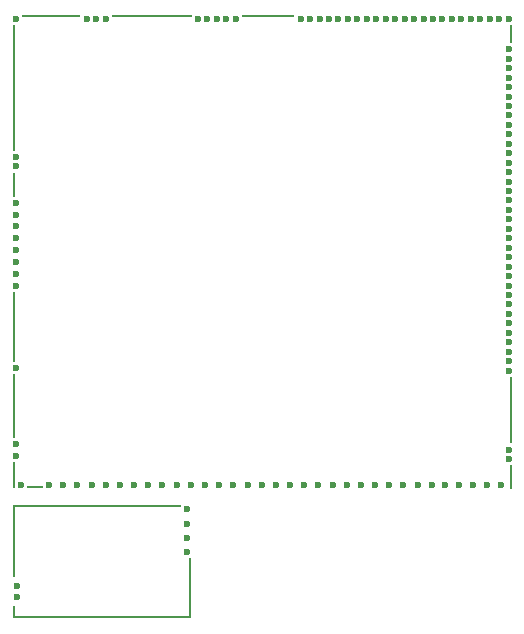
<source format=gbl>
G04 #@! TF.GenerationSoftware,KiCad,Pcbnew,8.0.6-8.0.6-0~ubuntu22.04.1*
G04 #@! TF.CreationDate,2024-11-04T20:44:22+00:00*
G04 #@! TF.ProjectId,lowimp121,6c6f7769-6d70-4313-9231-2e6b69636164,rev?*
G04 #@! TF.SameCoordinates,Original*
G04 #@! TF.FileFunction,Copper,L2,Bot*
G04 #@! TF.FilePolarity,Positive*
%FSLAX46Y46*%
G04 Gerber Fmt 4.6, Leading zero omitted, Abs format (unit mm)*
G04 Created by KiCad (PCBNEW 8.0.6-8.0.6-0~ubuntu22.04.1) date 2024-11-04 20:44:22*
%MOMM*%
%LPD*%
G01*
G04 APERTURE LIST*
G04 #@! TA.AperFunction,ComponentPad*
%ADD10C,0.600000*%
G04 #@! TD*
G04 #@! TA.AperFunction,SMDPad,CuDef*
%ADD11R,0.250000X6.185000*%
G04 #@! TD*
G04 #@! TA.AperFunction,SMDPad,CuDef*
%ADD12R,0.250000X1.115000*%
G04 #@! TD*
G04 #@! TA.AperFunction,SMDPad,CuDef*
%ADD13R,14.275000X0.250000*%
G04 #@! TD*
G04 #@! TA.AperFunction,SMDPad,CuDef*
%ADD14R,15.100000X0.250000*%
G04 #@! TD*
G04 #@! TA.AperFunction,SMDPad,CuDef*
%ADD15R,0.250000X5.175000*%
G04 #@! TD*
G04 #@! TA.AperFunction,SMDPad,CuDef*
%ADD16R,0.200000X2.300000*%
G04 #@! TD*
G04 #@! TA.AperFunction,SMDPad,CuDef*
%ADD17R,0.200000X10.700000*%
G04 #@! TD*
G04 #@! TA.AperFunction,SMDPad,CuDef*
%ADD18R,0.200000X2.100000*%
G04 #@! TD*
G04 #@! TA.AperFunction,SMDPad,CuDef*
%ADD19R,0.200000X6.000000*%
G04 #@! TD*
G04 #@! TA.AperFunction,SMDPad,CuDef*
%ADD20R,0.200000X5.400000*%
G04 #@! TD*
G04 #@! TA.AperFunction,SMDPad,CuDef*
%ADD21R,1.400000X0.200000*%
G04 #@! TD*
G04 #@! TA.AperFunction,SMDPad,CuDef*
%ADD22R,5.000000X0.200000*%
G04 #@! TD*
G04 #@! TA.AperFunction,SMDPad,CuDef*
%ADD23R,6.800000X0.200000*%
G04 #@! TD*
G04 #@! TA.AperFunction,SMDPad,CuDef*
%ADD24R,4.500000X0.200000*%
G04 #@! TD*
G04 #@! TA.AperFunction,SMDPad,CuDef*
%ADD25R,0.200000X1.600000*%
G04 #@! TD*
G04 #@! TA.AperFunction,SMDPad,CuDef*
%ADD26R,0.200000X5.700000*%
G04 #@! TD*
G04 #@! TA.AperFunction,SMDPad,CuDef*
%ADD27R,0.200000X2.000000*%
G04 #@! TD*
G04 APERTURE END LIST*
D10*
G04 #@! TO.P,M1,E1,HALL_EN*
G04 #@! TO.N,unconnected-(M1-HALL_EN-PadE1)*
X24099998Y11849998D03*
G04 #@! TO.P,M1,E2,NC*
G04 #@! TO.N,unconnected-(M1-NC-PadE2)*
X24099998Y10649998D03*
G04 #@! TO.P,M1,E3,OUT*
G04 #@! TO.N,unconnected-(M1-OUT-PadE3)*
X24099998Y13049998D03*
G04 #@! TO.P,M1,E4,V5_IN*
G04 #@! TO.N,Net-(M1-V5_IN)*
X24099998Y14249998D03*
D11*
G04 #@! TO.P,M1,G,GND*
G04 #@! TO.N,Net-(M1-GND)*
X9449998Y11582498D03*
D12*
X9449998Y5532498D03*
D13*
X16462498Y14549998D03*
D14*
X16874998Y5099998D03*
D15*
X24299998Y7562498D03*
D10*
G04 #@! TO.P,M1,W1,VR-/HALL*
G04 #@! TO.N,Net-(M1-VR-{slash}HALL)*
X9674998Y7789998D03*
G04 #@! TO.P,M1,W2,VR+*
G04 #@! TO.N,Net-(M1-VR+)*
X9674998Y6789998D03*
G04 #@! TD*
G04 #@! TO.P,M2,E1,SPI2_SCK/CAN2_TX*
G04 #@! TO.N,unconnected-(M2-SPI2_SCK{slash}CAN2_TX-PadE1)*
X51300000Y53199993D03*
G04 #@! TO.P,M2,E2,SPI2_MISO*
G04 #@! TO.N,unconnected-(M2-SPI2_MISO-PadE2)*
X51300000Y52399992D03*
G04 #@! TO.P,M2,E3,SPI2_MOSI*
G04 #@! TO.N,unconnected-(M2-SPI2_MOSI-PadE3)*
X51300000Y51599994D03*
G04 #@! TO.P,M2,E4,SPI2_CS/CAN2_RX*
G04 #@! TO.N,unconnected-(M2-SPI2_CS{slash}CAN2_RX-PadE4)*
X51300000Y50799993D03*
G04 #@! TO.P,M2,E6,OUT_IO3*
G04 #@! TO.N,unconnected-(M2-OUT_IO3-PadE6)*
X51300000Y49999992D03*
G04 #@! TO.P,M2,E7,OUT_IO5*
G04 #@! TO.N,unconnected-(M2-OUT_IO5-PadE7)*
X51299997Y49199994D03*
G04 #@! TO.P,M2,E8,OUT_IO1*
G04 #@! TO.N,unconnected-(M2-OUT_IO1-PadE8)*
X51299997Y48399993D03*
G04 #@! TO.P,M2,E9,OUT_IO6*
G04 #@! TO.N,unconnected-(M2-OUT_IO6-PadE9)*
X51300000Y47599989D03*
G04 #@! TO.P,M2,E10,OUT_IO10*
G04 #@! TO.N,unconnected-(M2-OUT_IO10-PadE10)*
X51300000Y46799993D03*
G04 #@! TO.P,M2,E11,OUT_IO9*
G04 #@! TO.N,unconnected-(M2-OUT_IO9-PadE11)*
X51300000Y45999993D03*
G04 #@! TO.P,M2,E12,OUT_IO2*
G04 #@! TO.N,unconnected-(M2-OUT_IO2-PadE12)*
X51300000Y45199992D03*
G04 #@! TO.P,M2,E13,OUT_IO12*
G04 #@! TO.N,unconnected-(M2-OUT_IO12-PadE13)*
X51299997Y44399993D03*
G04 #@! TO.P,M2,E14,OUT_PWM5*
G04 #@! TO.N,unconnected-(M2-OUT_PWM5-PadE14)*
X51299997Y43599992D03*
G04 #@! TO.P,M2,E15,OUT_PWM4*
G04 #@! TO.N,unconnected-(M2-OUT_PWM4-PadE15)*
X51299997Y42799991D03*
G04 #@! TO.P,M2,E16,OUT_PWM3*
G04 #@! TO.N,unconnected-(M2-OUT_PWM3-PadE16)*
X51300000Y41999993D03*
G04 #@! TO.P,M2,E17,OUT_PWM2*
G04 #@! TO.N,unconnected-(M2-OUT_PWM2-PadE17)*
X51300000Y41199992D03*
G04 #@! TO.P,M2,E18,OUT_INJ2*
G04 #@! TO.N,unconnected-(M2-OUT_INJ2-PadE18)*
X51300000Y40399994D03*
G04 #@! TO.P,M2,E19,OUT_INJ1*
G04 #@! TO.N,unconnected-(M2-OUT_INJ1-PadE19)*
X51299997Y39599993D03*
G04 #@! TO.P,M2,E20,OUT_IO13*
G04 #@! TO.N,unconnected-(M2-OUT_IO13-PadE20)*
X51299997Y38799992D03*
G04 #@! TO.P,M2,E21,OUT_IO4*
G04 #@! TO.N,unconnected-(M2-OUT_IO4-PadE21)*
X51300000Y37999993D03*
G04 #@! TO.P,M2,E22,OUT_IO8*
G04 #@! TO.N,unconnected-(M2-OUT_IO8-PadE22)*
X51300000Y37199992D03*
G04 #@! TO.P,M2,E23,OUT_IO7*
G04 #@! TO.N,unconnected-(M2-OUT_IO7-PadE23)*
X51300000Y36399991D03*
G04 #@! TO.P,M2,E24,OUT_IO11*
G04 #@! TO.N,unconnected-(M2-OUT_IO11-PadE24)*
X51300000Y35599993D03*
G04 #@! TO.P,M2,E25,OUT_PWM7*
G04 #@! TO.N,unconnected-(M2-OUT_PWM7-PadE25)*
X51300000Y34799992D03*
G04 #@! TO.P,M2,E26,OUT_PWM6*
G04 #@! TO.N,unconnected-(M2-OUT_PWM6-PadE26)*
X51300000Y33999994D03*
G04 #@! TO.P,M2,E27,OUT_PWM1*
G04 #@! TO.N,unconnected-(M2-OUT_PWM1-PadE27)*
X51300000Y33199993D03*
G04 #@! TO.P,M2,E28,OUT_PWM8*
G04 #@! TO.N,unconnected-(M2-OUT_PWM8-PadE28)*
X51300000Y32399992D03*
G04 #@! TO.P,M2,E29,OUT_INJ3*
G04 #@! TO.N,unconnected-(M2-OUT_INJ3-PadE29)*
X51300000Y31599993D03*
G04 #@! TO.P,M2,E30,OUT_INJ4*
G04 #@! TO.N,unconnected-(M2-OUT_INJ4-PadE30)*
X51300000Y30799992D03*
G04 #@! TO.P,M2,E31,OUT_INJ5*
G04 #@! TO.N,unconnected-(M2-OUT_INJ5-PadE31)*
X51299997Y29999994D03*
G04 #@! TO.P,M2,E32,OUT_INJ6*
G04 #@! TO.N,unconnected-(M2-OUT_INJ6-PadE32)*
X51300000Y29199991D03*
G04 #@! TO.P,M2,E33,OUT_INJ7*
G04 #@! TO.N,unconnected-(M2-OUT_INJ7-PadE33)*
X51300000Y28399992D03*
G04 #@! TO.P,M2,E34,OUT_INJ8*
G04 #@! TO.N,unconnected-(M2-OUT_INJ8-PadE34)*
X51300000Y27599994D03*
G04 #@! TO.P,M2,E35,IO6*
G04 #@! TO.N,unconnected-(M2-IO6-PadE35)*
X51300000Y26799993D03*
G04 #@! TO.P,M2,E36,IO7*
G04 #@! TO.N,unconnected-(M2-IO7-PadE36)*
X51300000Y25999992D03*
G04 #@! TO.P,M2,E38,V5A_SWITCHABLE*
G04 #@! TO.N,unconnected-(M2-V5A_SWITCHABLE-PadE38)*
X51299997Y19299998D03*
G04 #@! TO.P,M2,E39,GNDA*
G04 #@! TO.N,unconnected-(M2-GNDA-PadE39)*
X51300000Y18499997D03*
D16*
G04 #@! TO.P,M2,G,GND*
G04 #@! TO.N,unconnected-(M2-GND-PadG)*
X9399995Y17149997D03*
D17*
X9399997Y49949995D03*
D18*
X9399997Y41749996D03*
D19*
X9399997Y29699997D03*
D20*
X9399997Y23000000D03*
D21*
X11200004Y16099994D03*
D22*
X12599999Y55999995D03*
D23*
X21100002Y55999995D03*
D24*
X30950005Y55999995D03*
D25*
X51500000Y54499996D03*
D26*
X51500000Y22649993D03*
D27*
X51500000Y17000000D03*
D10*
G04 #@! TO.P,M2,N1,USBID*
G04 #@! TO.N,unconnected-(M2-USBID-PadN1)*
X51300000Y55799996D03*
G04 #@! TO.P,M2,N2,USBM*
G04 #@! TO.N,unconnected-(M2-USBM-PadN2)*
X50500002Y55799998D03*
G04 #@! TO.P,M2,N3,USBP*
G04 #@! TO.N,unconnected-(M2-USBP-PadN3)*
X49700001Y55799998D03*
G04 #@! TO.P,M2,N4,VBUS*
G04 #@! TO.N,unconnected-(M2-VBUS-PadN4)*
X48900002Y55799996D03*
G04 #@! TO.P,M2,N5,BOOT0*
G04 #@! TO.N,unconnected-(M2-BOOT0-PadN5)*
X48100001Y55799996D03*
G04 #@! TO.P,M2,N6,SWO*
G04 #@! TO.N,unconnected-(M2-SWO-PadN6)*
X47300000Y55799996D03*
G04 #@! TO.P,M2,N7,SWDIO*
G04 #@! TO.N,unconnected-(M2-SWDIO-PadN7)*
X46500002Y55799996D03*
G04 #@! TO.P,M2,N8,SWCLK*
G04 #@! TO.N,unconnected-(M2-SWCLK-PadN8)*
X45700001Y55799998D03*
G04 #@! TO.P,M2,N9,nReset*
G04 #@! TO.N,unconnected-(M2-nReset-PadN9)*
X44900003Y55799996D03*
G04 #@! TO.P,M2,N10,SPI3_CS*
G04 #@! TO.N,Net-(M1-V5_IN)*
X44100002Y55799996D03*
G04 #@! TO.P,M2,N11,SPI3_SCK*
G04 #@! TO.N,unconnected-(M2-SPI3_SCK-PadN11)*
X43300001Y55799996D03*
G04 #@! TO.P,M2,N12,SPI3_MISO*
G04 #@! TO.N,unconnected-(M2-SPI3_MISO-PadN12)*
X42500000Y55799996D03*
G04 #@! TO.P,M2,N13,SPI3_MOSI*
G04 #@! TO.N,unconnected-(M2-SPI3_MOSI-PadN13)*
X41700001Y55799996D03*
G04 #@! TO.P,M2,N14,I2C_SCL*
G04 #@! TO.N,Net-(M1-GND)*
X40900000Y55799996D03*
G04 #@! TO.P,M2,N15,I2C_SDA*
G04 #@! TO.N,Net-(M1-VR-{slash}HALL)*
X40099999Y55799998D03*
G04 #@! TO.P,M2,N16,IO1*
G04 #@! TO.N,unconnected-(M2-IO1-PadN16)*
X39299999Y55799998D03*
G04 #@! TO.P,M2,N17,UART2_TX*
G04 #@! TO.N,unconnected-(M2-UART2_TX-PadN17)*
X38500000Y55799996D03*
G04 #@! TO.P,M2,N18,UART2_RX*
G04 #@! TO.N,unconnected-(M2-UART2_RX-PadN18)*
X37699999Y55799996D03*
G04 #@! TO.P,M2,N19,IO2*
G04 #@! TO.N,unconnected-(M2-IO2-PadN19)*
X36900001Y55799996D03*
G04 #@! TO.P,M2,N20,IO4*
G04 #@! TO.N,unconnected-(M2-IO4-PadN20)*
X36100000Y55799996D03*
G04 #@! TO.P,M2,N21,IO3*
G04 #@! TO.N,unconnected-(M2-IO3-PadN21)*
X35300001Y55799998D03*
G04 #@! TO.P,M2,N22,V33*
G04 #@! TO.N,unconnected-(M2-V33-PadN22)*
X34500000Y55799996D03*
G04 #@! TO.P,M2,N23,IO5*
G04 #@! TO.N,unconnected-(M2-IO5-PadN23)*
X33700000Y55799996D03*
G04 #@! TO.P,M2,N24,UART8_RX*
G04 #@! TO.N,unconnected-(M2-UART8_RX-PadN24)*
X28200000Y55799996D03*
G04 #@! TO.P,M2,N25,UART8_TX*
G04 #@! TO.N,unconnected-(M2-UART8_TX-PadN25)*
X27399999Y55799996D03*
G04 #@! TO.P,M2,N26,IN_VIGN*
G04 #@! TO.N,unconnected-(M2-IN_VIGN-PadN26)*
X26600001Y55799996D03*
G04 #@! TO.P,M2,N27,VBAT*
G04 #@! TO.N,unconnected-(M2-VBAT-PadN27)*
X25800003Y55799996D03*
G04 #@! TO.P,M2,N28,V33_SWITCHABLE*
G04 #@! TO.N,unconnected-(M2-V33_SWITCHABLE-PadN28)*
X25000004Y55799996D03*
G04 #@! TO.P,M2,N29,OUT_PWR_EN*
G04 #@! TO.N,unconnected-(M2-OUT_PWR_EN-PadN29)*
X17200000Y55799996D03*
G04 #@! TO.P,M2,N30,V5A_SWITCHABLE*
G04 #@! TO.N,unconnected-(M2-V5A_SWITCHABLE-PadN30)*
X16400001Y55799996D03*
G04 #@! TO.P,M2,N31,VCC*
G04 #@! TO.N,unconnected-(M2-VCC-PadN31)*
X15600003Y55799996D03*
G04 #@! TO.P,M2,N32,V33*
G04 #@! TO.N,unconnected-(M2-V33-PadN32)*
X9599999Y55799996D03*
G04 #@! TO.P,M2,S1,IN_D4*
G04 #@! TO.N,unconnected-(M2-IN_D4-PadS1)*
X50699999Y16299991D03*
G04 #@! TO.P,M2,S2,IN_D3*
G04 #@! TO.N,unconnected-(M2-IN_D3-PadS2)*
X49499998Y16299993D03*
G04 #@! TO.P,M2,S3,IN_D2*
G04 #@! TO.N,unconnected-(M2-IN_D2-PadS3)*
X48300001Y16299993D03*
G04 #@! TO.P,M2,S4,IN_D1*
G04 #@! TO.N,unconnected-(M2-IN_D1-PadS4)*
X47100001Y16299991D03*
G04 #@! TO.P,M2,S5,VREF2*
G04 #@! TO.N,unconnected-(M2-VREF2-PadS5)*
X45900001Y16299993D03*
G04 #@! TO.P,M2,S6,IN_SENS4*
G04 #@! TO.N,unconnected-(M2-IN_SENS4-PadS6)*
X44800013Y16299993D03*
G04 #@! TO.P,M2,S7,IN_SENS3*
G04 #@! TO.N,unconnected-(M2-IN_SENS3-PadS7)*
X43600013Y16299993D03*
G04 #@! TO.P,M2,S8,IN_SENS2*
G04 #@! TO.N,unconnected-(M2-IN_SENS2-PadS8)*
X42400015Y16299991D03*
G04 #@! TO.P,M2,S9,IN_SENS1*
G04 #@! TO.N,unconnected-(M2-IN_SENS1-PadS9)*
X41200015Y16299993D03*
G04 #@! TO.P,M2,S10,IN_AUX4*
G04 #@! TO.N,unconnected-(M2-IN_AUX4-PadS10)*
X40000012Y16299993D03*
G04 #@! TO.P,M2,S11,IN_AUX3*
G04 #@! TO.N,unconnected-(M2-IN_AUX3-PadS11)*
X38800010Y16299991D03*
G04 #@! TO.P,M2,S12,IN_AUX2*
G04 #@! TO.N,unconnected-(M2-IN_AUX2-PadS12)*
X37600012Y16299993D03*
G04 #@! TO.P,M2,S13,IN_AUX1*
G04 #@! TO.N,unconnected-(M2-IN_AUX1-PadS13)*
X36400014Y16299993D03*
G04 #@! TO.P,M2,S14,IN_RES2*
G04 #@! TO.N,unconnected-(M2-IN_RES2-PadS14)*
X35200007Y16299993D03*
G04 #@! TO.P,M2,S15,IN_O2S2*
G04 #@! TO.N,unconnected-(M2-IN_O2S2-PadS15)*
X34000007Y16299993D03*
G04 #@! TO.P,M2,S16,IN_O2S*
G04 #@! TO.N,unconnected-(M2-IN_O2S-PadS16)*
X32800009Y16299993D03*
G04 #@! TO.P,M2,S17,IN_RES1*
G04 #@! TO.N,unconnected-(M2-IN_RES1-PadS17)*
X31600009Y16299993D03*
G04 #@! TO.P,M2,S18,IN_RES3*
G04 #@! TO.N,unconnected-(M2-IN_RES3-PadS18)*
X30400004Y16299993D03*
G04 #@! TO.P,M2,S19,IN_MAP3*
G04 #@! TO.N,unconnected-(M2-IN_MAP3-PadS19)*
X29200003Y16299993D03*
G04 #@! TO.P,M2,S20,IN_MAP2*
G04 #@! TO.N,unconnected-(M2-IN_MAP2-PadS20)*
X28000006Y16299991D03*
G04 #@! TO.P,M2,S21,IN_MAP1*
G04 #@! TO.N,unconnected-(M2-IN_MAP1-PadS21)*
X26800006Y16299993D03*
G04 #@! TO.P,M2,S22,IN_CRANK*
G04 #@! TO.N,unconnected-(M2-IN_CRANK-PadS22)*
X25600003Y16299991D03*
G04 #@! TO.P,M2,S23,IN_KNOCK*
G04 #@! TO.N,unconnected-(M2-IN_KNOCK-PadS23)*
X24400003Y16299993D03*
G04 #@! TO.P,M2,S24,IN_CAM*
G04 #@! TO.N,unconnected-(M2-IN_CAM-PadS24)*
X23200008Y16299993D03*
G04 #@! TO.P,M2,S25,IN_VSS*
G04 #@! TO.N,unconnected-(M2-IN_VSS-PadS25)*
X22000005Y16299991D03*
G04 #@! TO.P,M2,S26,IN_IAT*
G04 #@! TO.N,unconnected-(M2-IN_IAT-PadS26)*
X20800000Y16299993D03*
G04 #@! TO.P,M2,S27,IN_AT1*
G04 #@! TO.N,unconnected-(M2-IN_AT1-PadS27)*
X19600000Y16299991D03*
G04 #@! TO.P,M2,S28,IN_CLT*
G04 #@! TO.N,unconnected-(M2-IN_CLT-PadS28)*
X18400002Y16299993D03*
G04 #@! TO.P,M2,S29,IN_AT2*
G04 #@! TO.N,unconnected-(M2-IN_AT2-PadS29)*
X17200002Y16299993D03*
G04 #@! TO.P,M2,S30,IN_TPS*
G04 #@! TO.N,unconnected-(M2-IN_TPS-PadS30)*
X15999997Y16299993D03*
G04 #@! TO.P,M2,S31,IN_PPS*
G04 #@! TO.N,unconnected-(M2-IN_PPS-PadS31)*
X14799997Y16299993D03*
G04 #@! TO.P,M2,S32,IN_TPS2*
G04 #@! TO.N,unconnected-(M2-IN_TPS2-PadS32)*
X13599999Y16299993D03*
G04 #@! TO.P,M2,S33,IN_PPS2*
G04 #@! TO.N,unconnected-(M2-IN_PPS2-PadS33)*
X12399999Y16299993D03*
G04 #@! TO.P,M2,S35,VREF1*
G04 #@! TO.N,unconnected-(M2-VREF1-PadS35)*
X9999999Y16299993D03*
G04 #@! TO.P,M2,W1,GNDA*
G04 #@! TO.N,unconnected-(M2-GNDA-PadW1)*
X9599997Y18799996D03*
G04 #@! TO.P,M2,W2,V5A_SWITCHABLE*
G04 #@! TO.N,unconnected-(M2-V5A_SWITCHABLE-PadW2)*
X9599997Y19799997D03*
G04 #@! TO.P,M2,W3,V33_REF*
G04 #@! TO.N,unconnected-(M2-V33_REF-PadW3)*
X9599999Y26199999D03*
G04 #@! TO.P,M2,W4,IGN8*
G04 #@! TO.N,unconnected-(M2-IGN8-PadW4)*
X9599999Y33199995D03*
G04 #@! TO.P,M2,W5,IGN7*
G04 #@! TO.N,unconnected-(M2-IGN7-PadW5)*
X9599999Y34199996D03*
G04 #@! TO.P,M2,W6,IGN6*
G04 #@! TO.N,unconnected-(M2-IGN6-PadW6)*
X9599999Y35199994D03*
G04 #@! TO.P,M2,W7,IGN5*
G04 #@! TO.N,unconnected-(M2-IGN5-PadW7)*
X9599999Y36199994D03*
G04 #@! TO.P,M2,W8,IGN4*
G04 #@! TO.N,unconnected-(M2-IGN4-PadW8)*
X9599999Y37199995D03*
G04 #@! TO.P,M2,W9,IGN3*
G04 #@! TO.N,unconnected-(M2-IGN3-PadW9)*
X9599999Y38199993D03*
G04 #@! TO.P,M2,W10,IGN2*
G04 #@! TO.N,unconnected-(M2-IGN2-PadW10)*
X9599999Y39199993D03*
G04 #@! TO.P,M2,W11,IGN1*
G04 #@! TO.N,unconnected-(M2-IGN1-PadW11)*
X9599999Y40199991D03*
G04 #@! TO.P,M2,W12,CANH*
G04 #@! TO.N,unconnected-(M2-CANH-PadW12)*
X9599999Y43299995D03*
G04 #@! TO.P,M2,W13,CANL*
G04 #@! TO.N,Net-(M1-VR+)*
X9599999Y44099996D03*
G04 #@! TD*
M02*

</source>
